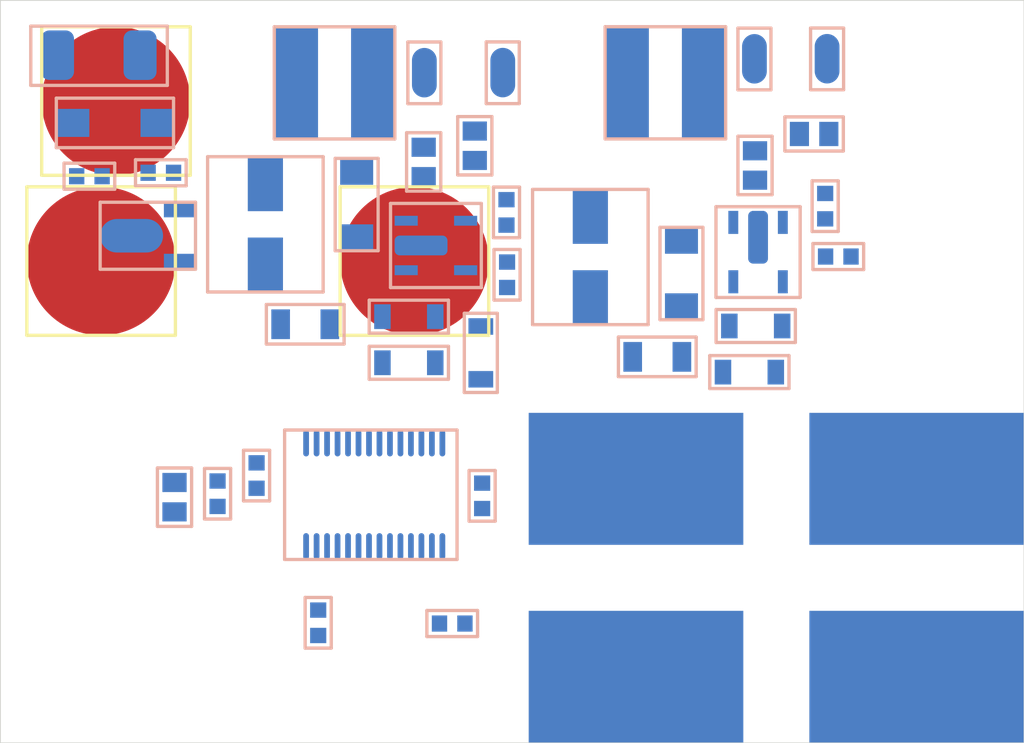
<source format=kicad_pcb>
(kicad_pcb (version 20171130) (host pcbnew "(5.1.2)-2")

  (general
    (thickness 1.6)
  )

  (page A4)
  (layers
    (0 Top signal)
    (31 Bottom signal)
    (32 B.Adhes user)
    (33 F.Adhes user)
    (34 B.Paste user)
    (35 F.Paste user)
    (36 B.SilkS user)
    (37 F.SilkS user)
    (38 B.Mask user)
    (39 F.Mask user)
    (40 Dwgs.User user)
    (41 Cmts.User user)
    (42 Eco1.User user)
    (43 Eco2.User user)
    (44 Edge.Cuts user)
    (45 Margin user)
    (46 B.CrtYd user)
    (47 F.CrtYd user)
    (48 B.Fab user)
    (49 F.Fab user)
  )

  (setup
    (pad_to_mask_clearance 0.1016)
    (aux_axis_origin -120.62617 153.22756)
    (grid_origin -120.62617 153.22756)
    (pcbplotparams
      (layerselection 0x00010fc_ffffffff)
      (plot_on_all_layers_selection 0x0000000_00000000)
      (disableapertmacros false)
      (usegerberextensions false)
      (usegerberattributes true)
      (usegerberadvancedattributes true)
      (creategerberjobfile true)
      (dashed_line_dash_ratio 12)
      (dashed_line_gap_ratio 3)
      (svgprecision 4)
      (plotframeref false)
      (viasonmask false)
      (mode 1)
      (useauxorigin false)
      (hpglpennumber 1)
      (hpglpenspeed 20)
      (hpglpendiameter 15)
      (dxfpolygonmode true)
      (dxfimperialunits true)
      (dxfusepcbnewfont true)
      (psnegative false)
      (psa4output false)
      (plotreference true)
      (plotvalue true)
      (plotinvisibletext false)
      (sketchpadsonfab false)
      (subtractmaskfromsilk false)
      (outputformat 1)
      (mirror false)
      (drillshape 1)
      (scaleselection 1)
      (outputdirectory "")
    )
  )

  (net 0 "")

  (net 1 Y+)
  (net 2 Y-)
  (net 3 NetR3_2)
  (net 4 W-)
  (net 5 W+)
  (net 6 VIN)
  (net 7 VCC_5V)
  (net 8 TK6)
  (net 9 TK5)
  (net 10 TK4)
  (net 11 TK3)
  (net 12 TK2)
  (net 13 TK1)
  (net 14 SK4)
  (net 15 SK3)
  (net 16 SK2)
  (net 17 SK1)
  (net 18 S_LED7)
  (net 19 S_LED6)
  (net 20 S_LED5)
  (net 21 S_LED4)
  (net 22 S_LED3)
  (net 23 S_LED2)
  (net 24 S_LED1)
  (net 25 PWM2)
  (net 26 PWM1)
  (net 27 NetR19_2)
  (net 28 NetR16_2)
  (net 29 NetR15_2)
  (net 30 NetR14_1)
  (net 31 NetR12_1)
  (net 32 NetD2_1)
  (net 33 NetD1_1)
  (net 34 NetC5_2)
  (net 35 K_LED4)
  (net 36 K_LED3)
  (net 37 K_LED2)
  (net 38 K_LED1)
  (net 39 GND)
  (net 40 ALS_IN)

  (net_class Default "This is the default net class."
    (add_net ALS_IN)
    (add_net K_LED1)
    (add_net K_LED2)
    (add_net K_LED3)
    (add_net K_LED4)
    (add_net NetC5_2)
    (add_net NetD1_1)
    (add_net NetD2_1)
    (add_net NetR12_1)
    (add_net NetR14_1)
    (add_net NetR15_2)
    (add_net NetR16_2)
    (add_net NetR19_2)
    (add_net NetR3_2)
    (add_net PWM1)
    (add_net PWM2)
    (add_net SK1)
    (add_net SK2)
    (add_net SK3)
    (add_net SK4)
    (add_net S_LED1)
    (add_net S_LED2)
    (add_net S_LED3)
    (add_net S_LED4)
    (add_net S_LED5)
    (add_net S_LED6)
    (add_net S_LED7)
    (add_net TK1)
    (add_net TK2)
    (add_net TK3)
    (add_net TK4)
    (add_net TK5)
    (add_net TK6)
    (add_net VIN)
    (add_net W+)
    (add_net W-)
    (add_net Y+)
    (add_net Y-)
    (trace_width 0.254)
  )
  (net_class Power "This is the default net class."
    (add_net GND)
    (add_net VCC_5V)
    (trace_width 0.8)
  )


  (module OBSTACLE_46 locked (layer Bottom) (tedit 5DCE038C) (tstamp 5DC8CB2B)
    (at 137.0011 104.0036 0)
    (fp_poly (pts (xy -6.5 -4.0) (xy 6.5 -4.0) (xy 6.5 4.0) (xy -6.5 4.0)) (layer B.CrtYd) (width 0.0))
    (pad OBS smd rect (at 0 0 0) (size 13.0 8.0) (layers Bottom B.Paste B.Mask)
        (solder_mask_margin 0.0))
  )

  (module OBSTACLE_47 locked (layer Bottom) (tedit 5DCE038C) (tstamp 5DC8CB2B)
    (at 154.0011 104.0036 0)
    (fp_poly (pts (xy -6.5 -4.0) (xy 6.5 -4.0) (xy 6.5 4.0) (xy -6.5 4.0)) (layer B.CrtYd) (width 0.0))
    (pad OBS smd rect (at 0 0 0) (size 13.0 8.0) (layers Bottom B.Paste B.Mask)
        (solder_mask_margin 0.0))
  )

  (module OBSTACLE_48 locked (layer Bottom) (tedit 5DCE038C) (tstamp 5DC8CB2B)
    (at 137.0011 116.0036 0)
    (fp_poly (pts (xy -6.5 -4.0) (xy 6.5 -4.0) (xy 6.5 4.0) (xy -6.5 4.0)) (layer B.CrtYd) (width 0.0))
    (pad OBS smd rect (at 0 0 0) (size 13.0 8.0) (layers Bottom B.Paste B.Mask)
        (solder_mask_margin 0.0))
  )

  (module OBSTACLE_49 locked (layer Bottom) (tedit 5DCE038C) (tstamp 5DC8CB2B)
    (at 154.0011 116.0036 0)
    (fp_poly (pts (xy -6.5 -4.0) (xy 6.5 -4.0) (xy 6.5 4.0) (xy -6.5 4.0)) (layer B.CrtYd) (width 0.0))
    (pad OBS smd rect (at 0 0 0) (size 13.0 8.0) (layers Bottom B.Paste B.Mask)
        (solder_mask_margin 0.0))
  )
(module "MIJI_ADPcbLib.PcbLib:TK-8MM_1" (layer Top) (tedit 0) (tstamp 0)
    (at 105.501099 81.10359799999993)
    (fp_text reference 0 (at 0 0) (layer F.SilkS) hide
      (effects (font (size 0.8 0.8) (thickness 0.127)) (justify left bottom))
    )
    (fp_line (start -4.5 -4.5) (end 4.5 -4.5) (layer F.SilkS) (width 0.2))
    (fp_line (start 4.5 -4.5) (end 4.5 4.5) (layer F.SilkS) (width 0.2))
    (fp_line (start 4.5 4.5) (end -4.5 4.5) (layer F.SilkS) (width 0.2))
    (fp_line (start -4.5 4.5) (end -4.5 -4.5) (layer F.SilkS) (width 0.2))
    (pad 1 smd circle (at 0 0 0) (size 9 9) (layers Top F.Paste)
(net 28 NetR16_2))
  )

  (module "MIJI_ADPcbLib.PcbLib:TK-8MM_2" (layer Top) (tedit 0) (tstamp 0)
    (at 123.58109899999944 90.80359799999994)
    (fp_text reference 1 (at 0 0) (layer F.SilkS) hide
      (effects (font (size 0.8 0.8) (thickness 0.127)) (justify left bottom))
    )
    (fp_line (start -4.5 -4.5) (end 4.5 -4.5) (layer F.SilkS) (width 0.2))
    (fp_line (start 4.5 -4.5) (end 4.5 4.5) (layer F.SilkS) (width 0.2))
    (fp_line (start 4.5 4.5) (end -4.5 4.5) (layer F.SilkS) (width 0.2))
    (fp_line (start -4.5 4.5) (end -4.5 -4.5) (layer F.SilkS) (width 0.2))
    (pad 1 smd circle (at 0 0 0) (size 9 9) (layers Top F.Paste)
(net 27 NetR19_2))
  )

  (module "MIJI_ADPcbLib.PcbLib:TK-8MM_3" (layer Top) (tedit 0) (tstamp 0)
    (at 104.60109899999944 90.803598)
    (fp_text reference 2 (at 0 0) (layer F.SilkS) hide
      (effects (font (size 0.8 0.8) (thickness 0.127)) (justify left bottom))
    )
    (fp_line (start -4.5 -4.5) (end 4.5 -4.5) (layer F.SilkS) (width 0.2))
    (fp_line (start 4.5 -4.5) (end 4.5 4.5) (layer F.SilkS) (width 0.2))
    (fp_line (start 4.5 4.5) (end -4.5 4.5) (layer F.SilkS) (width 0.2))
    (fp_line (start -4.5 4.5) (end -4.5 -4.5) (layer F.SilkS) (width 0.2))
    (pad 1 smd circle (at 0 0 0) (size 9 9) (layers Top F.Paste)
(net 29 NetR15_2))
  )

  (module "MIJI_ADPcbLib.PcbLib:R1206-JP_4" (layer Bottom) (tedit 0) (tstamp 0)
    (at 127.600901 96.36789899999977 270)
    (fp_text reference 3 (at 0 0) (layer B.SilkS) hide
      (effects (font (size 0.8 0.8) (thickness 0.127)) (justify left bottom))
    )
    (fp_line (start -2.4 -1) (end 2.4 -1) (layer B.SilkS) (width 0.2))
    (fp_line (start 2.4 -1) (end 2.4 1) (layer B.SilkS) (width 0.2))
    (fp_line (start 2.4 1) (end -2.4 1) (layer B.SilkS) (width 0.2))
    (fp_line (start -2.4 1) (end -2.4 -1) (layer B.SilkS) (width 0.2))
    (pad 1 smd rect (at -1.6 0 180) (size 1.5 1) (layers Bottom B.Paste B.Mask)
(net 3 NetR3_2))
    (pad 2 smd rect (at 1.6 0 180) (size 1.5 1) (layers Bottom B.Paste B.Mask)
(net 1 Y+))
  )

  (module "MIJI_ADPcbLib.PcbLib:SMD-EC6.3X6.3X10_5" (layer Bottom) (tedit 0) (tstamp 0)
    (at 114.551001 88.57789899999983 270)
    (fp_text reference 4 (at 0 0) (layer B.SilkS) hide
      (effects (font (size 0.8 0.8) (thickness 0.127)) (justify left bottom))
    )
    (fp_line (start -4.1 -3.5) (end 4.1 -3.5) (layer B.SilkS) (width 0.2))
    (fp_line (start 4.1 -3.5) (end 4.1 3.5) (layer B.SilkS) (width 0.2))
    (fp_line (start 4.1 3.5) (end -4.1 3.5) (layer B.SilkS) (width 0.2))
    (fp_line (start -4.1 3.5) (end -4.1 -3.5) (layer B.SilkS) (width 0.2))
    (pad 1 smd rect (at -2.45 0 90) (size 3.3 2.132) (layers Bottom B.Paste B.Mask)
(net 6 VIN))
    (pad 2 smd rect (at 2.45 0 90) (size 3.3 2.132) (layers Bottom B.Paste B.Mask)
(net 39 GND))
  )

  (module "MIJI_ADPcbLib.PcbLib:SOT89-3_6" (layer Bottom) (tedit 0) (tstamp 0)
    (at 107.43050099999999 89.26869899999997 270)
    (fp_text reference 5 (at 0 0) (layer B.SilkS) hide
      (effects (font (size 0.8 0.8) (thickness 0.127)) (justify left bottom))
    )
    (fp_line (start -2.032 -2.8875) (end 2.032 -2.8875) (layer B.SilkS) (width 0.2))
    (fp_line (start 2.032 -2.8875) (end 2.032 2.8875) (layer B.SilkS) (width 0.2))
    (fp_line (start 2.032 2.8875) (end -2.032 2.8875) (layer B.SilkS) (width 0.2))
    (fp_line (start -2.032 2.8875) (end -2.032 -2.8875) (layer B.SilkS) (width 0.2))
    (pad 1 smd rect (at -1.5494 -1.9223 270) (size 0.8636 1.9) (layers Bottom B.Paste B.Mask)
(net 7 VCC_5V))
    (pad 2 smd oval (at 0 0.9825 270) (size 2.032 3.81) (layers Bottom B.Paste B.Mask)
(net 39 GND))
    (pad 3 smd rect (at 1.524 -1.9223 270) (size 0.8636 1.9) (layers Bottom B.Paste B.Mask)
(net 6 VIN))
  )

  (module "Miscellaneous Devices LC.PcbLib:0805_C_7" (layer Bottom) (tedit 0) (tstamp 0)
    (at 109.04720099999992 105.11449900000001 270)
    (fp_text reference 6 (at 0 0) (layer B.SilkS) hide
      (effects (font (size 0.8 0.8) (thickness 0.127)) (justify left bottom))
    )
    (fp_line (start -1.77 -1.035) (end 1.77 -1.035) (layer B.SilkS) (width 0.2))
    (fp_line (start 1.77 -1.035) (end 1.77 1.035) (layer B.SilkS) (width 0.2))
    (fp_line (start 1.77 1.035) (end -1.77 1.035) (layer B.SilkS) (width 0.2))
    (fp_line (start -1.77 1.035) (end -1.77 -1.035) (layer B.SilkS) (width 0.2))
    (pad 1 smd rect (at -0.89 -0 270) (size 1.16 1.47) (layers Bottom B.Paste B.Mask)
(net 7 VCC_5V))
    (pad 2 smd rect (at 0.89 -0 270) (size 1.16 1.47) (layers Bottom B.Paste B.Mask)
(net 39 GND))
  )

  (module "Miscellaneous Devices LC.PcbLib:1206_C_8" (layer Bottom) (tedit 0) (tstamp 0)
    (at 138.290501 96.60859899999969 180)
    (fp_text reference 7 (at 0 0) (layer B.SilkS) hide
      (effects (font (size 0.8 0.8) (thickness 0.127)) (justify left bottom))
    )
    (fp_line (start -2.355 -1.2) (end 2.355 -1.2) (layer B.SilkS) (width 0.2))
    (fp_line (start 2.355 -1.2) (end 2.355 1.2) (layer B.SilkS) (width 0.2))
    (fp_line (start 2.355 1.2) (end -2.355 1.2) (layer B.SilkS) (width 0.2))
    (fp_line (start -2.355 1.2) (end -2.355 -1.2) (layer B.SilkS) (width 0.2))
    (pad 1 smd rect (at -1.49 0 180) (size 1.13 1.8) (layers Bottom B.Paste B.Mask)
(net 6 VIN))
    (pad 2 smd rect (at 1.49 0 180) (size 1.13 1.8) (layers Bottom B.Paste B.Mask)
(net 39 GND))
  )

  (module "MIJI_ADPcbLib.PcbLib:PWR_PAD_9" (layer Bottom) (tedit 0) (tstamp 0)
    (at 104.475601 78.35909449999997)
    (fp_text reference 8 (at 0 0) (layer B.SilkS) hide
      (effects (font (size 0.8 0.8) (thickness 0.127)) (justify left bottom))
    )
    (fp_line (start -4.135 -1.795) (end 4.135 -1.795) (layer B.SilkS) (width 0.2))
    (fp_line (start 4.135 -1.795) (end 4.135 1.795) (layer B.SilkS) (width 0.2))
    (fp_line (start 4.135 1.795) (end -4.135 1.795) (layer B.SilkS) (width 0.2))
    (fp_line (start -4.135 1.795) (end -4.135 -1.795) (layer B.SilkS) (width 0.2))
    (pad 1 smd roundrect (at -2.515 -0.035 0) (size 2 3) (layers Bottom B.Paste B.Mask)
(net 6 VIN))
    (pad 2 smd roundrect (at 2.485 -0.035 0) (size 2 3) (layers Bottom B.Paste B.Mask)
(net 39 GND))
  )

  (module "Miscellaneous Devices LC.PcbLib:0603_R_10" (layer Bottom) (tedit 0) (tstamp 0)
    (at 125.86800099999988 112.773599)
    (fp_text reference 9 (at 0 0) (layer B.SilkS) hide
      (effects (font (size 0.8 0.8) (thickness 0.127)) (justify left bottom))
    )
    (fp_line (start -1.535 -0.79) (end 1.535 -0.79) (layer B.SilkS) (width 0.2))
    (fp_line (start 1.535 -0.79) (end 1.535 0.79) (layer B.SilkS) (width 0.2))
    (fp_line (start 1.535 0.79) (end -1.535 0.79) (layer B.SilkS) (width 0.2))
    (fp_line (start -1.535 0.79) (end -1.535 -0.79) (layer B.SilkS) (width 0.2))
    (pad 1 smd rect (at -0.77 0 0) (size 0.93 0.98) (layers Bottom B.Paste B.Mask)
(net 11 TK3))
    (pad 2 smd rect (at 0.77 0 0) (size 0.93 0.98) (layers Bottom B.Paste B.Mask)
(net 29 NetR15_2))
  )

  (module "MIJI_ADPcbLib.PcbLib:CDRH6D38-3D_11" (layer Bottom) (tedit 0) (tstamp 0)
    (at 118.741001 80.00359899999994)
    (fp_text reference 10 (at 0 0) (layer B.SilkS) hide
      (effects (font (size 0.8 0.8) (thickness 0.127)) (justify left bottom))
    )
    (fp_line (start -3.65 -3.4) (end 3.65 -3.4) (layer B.SilkS) (width 0.2))
    (fp_line (start 3.65 -3.4) (end 3.65 3.4) (layer B.SilkS) (width 0.2))
    (fp_line (start 3.65 3.4) (end -3.65 3.4) (layer B.SilkS) (width 0.2))
    (fp_line (start -3.65 3.4) (end -3.65 -3.4) (layer B.SilkS) (width 0.2))
    (pad 1 smd rect (at -2.325 0 0) (size 2.65 6.8) (layers Bottom B.Paste B.Mask)
(net 2 Y-))
    (pad 2 smd rect (at 2.325 0 0) (size 2.65 6.8) (layers Bottom B.Paste B.Mask)
(net 32 NetD2_1))
  )

  (module "MIJI_ADPcbLib.PcbLib:LED_DRIVER_1PIN_12" (layer Bottom) (tedit 0) (tstamp 0)
    (at 124.18050099999999 79.393699)
    (fp_text reference 11 (at 0 0) (layer B.SilkS) hide
      (effects (font (size 0.8 0.8) (thickness 0.127)) (justify left bottom))
    )
    (fp_line (start -1 -1.87) (end 1 -1.87) (layer B.SilkS) (width 0.2))
    (fp_line (start 1 -1.87) (end 1 1.87) (layer B.SilkS) (width 0.2))
    (fp_line (start 1 1.87) (end -1 1.87) (layer B.SilkS) (width 0.2))
    (fp_line (start -1 1.87) (end -1 -1.87) (layer B.SilkS) (width 0.2))
    (pad 1 smd oval (at -0 -0.01 0) (size 1.5 3) (layers Bottom B.Paste B.Mask)
(net 2 Y-))
  )

  (module "MIJI_ADPcbLib.PcbLib:DO-214AC_13" (layer Bottom) (tedit 0) (tstamp 0)
    (at 105.437801 82.42789899999994)
    (fp_text reference 12 (at 0 0) (layer B.SilkS) hide
      (effects (font (size 0.8 0.8) (thickness 0.127)) (justify left bottom))
    )
    (fp_line (start -3.55 -1.5) (end 3.55 -1.5) (layer B.SilkS) (width 0.2))
    (fp_line (start 3.55 -1.5) (end 3.55 1.5) (layer B.SilkS) (width 0.2))
    (fp_line (start 3.55 1.5) (end -3.55 1.5) (layer B.SilkS) (width 0.2))
    (fp_line (start -3.55 1.5) (end -3.55 -1.5) (layer B.SilkS) (width 0.2))
    (pad 1 smd rect (at 2.55 0 180) (size 1.999996 1.699997) (layers Bottom B.Paste B.Mask)
(net 39 GND))
    (pad 2 smd rect (at -2.55 0 180) (size 1.999996 1.699997) (layers Bottom B.Paste B.Mask)
(net 6 VIN))
  )

  (module "Miscellaneous Devices LC.PcbLib:0603_C_14" (layer Bottom) (tedit 0) (tstamp 0)
    (at 111.65470099999995 104.90449900000002 270)
    (fp_text reference 13 (at 0 0) (layer B.SilkS) hide
      (effects (font (size 0.8 0.8) (thickness 0.127)) (justify left bottom))
    )
    (fp_line (start -1.535 -0.79) (end 1.535 -0.79) (layer B.SilkS) (width 0.2))
    (fp_line (start 1.535 -0.79) (end 1.535 0.79) (layer B.SilkS) (width 0.2))
    (fp_line (start 1.535 0.79) (end -1.535 0.79) (layer B.SilkS) (width 0.2))
    (fp_line (start -1.535 0.79) (end -1.535 -0.79) (layer B.SilkS) (width 0.2))
    (pad 1 smd rect (at -0.77 0 270) (size 0.93 0.98) (layers Bottom B.Paste B.Mask)
(net 7 VCC_5V))
    (pad 2 smd rect (at 0.77 0 270) (size 0.93 0.98) (layers Bottom B.Paste B.Mask)
(net 39 GND))
  )

  (module "MIJI_ADPcbLib.PcbLib:SOT-89-MT5_N_15" (layer Bottom) (tedit 0) (tstamp 0)
    (at 124.88100099999998 89.85789899999973)
    (fp_text reference 14 (at 0 0) (layer B.SilkS) hide
      (effects (font (size 0.8 0.8) (thickness 0.127)) (justify left bottom))
    )
    (fp_line (start -2.75 -2.55) (end 2.75 -2.55) (layer B.SilkS) (width 0.2))
    (fp_line (start 2.75 -2.55) (end 2.75 2.55) (layer B.SilkS) (width 0.2))
    (fp_line (start 2.75 2.55) (end -2.75 2.55) (layer B.SilkS) (width 0.2))
    (fp_line (start -2.75 2.55) (end -2.75 -2.55) (layer B.SilkS) (width 0.2))
    (pad 1 smd rect (at 1.8 -1.5 90) (size 0.6 1.4) (layers Bottom B.Paste B.Mask)
(net 32 NetD2_1))
    (pad 2 smd roundrect (at -0.9 0 90) (size 1.2 3.2) (layers Bottom B.Paste B.Mask)
(net 39 GND))
    (pad 3 smd rect (at 1.8 1.5 90) (size 0.6 1.4) (layers Bottom B.Paste B.Mask)
(net 30 NetR14_1))
    (pad 4 smd rect (at -1.8 1.5 90) (size 0.6 1.4) (layers Bottom B.Paste B.Mask)
(net 3 NetR3_2))
    (pad 5 smd rect (at -1.8 -1.5 90) (size 0.6 1.4) (layers Bottom B.Paste B.Mask)
(net 6 VIN))
  )

  (module "Miscellaneous Devices LC.PcbLib:0603_c_16" (layer Bottom) (tedit 0) (tstamp 0)
    (at 114.01730099999993 103.80439900000002 90)
    (fp_text reference 15 (at 0 0) (layer B.SilkS) hide
      (effects (font (size 0.8 0.8) (thickness 0.127)) (justify left bottom))
    )
    (fp_line (start -1.535 -0.79) (end 1.535 -0.79) (layer B.SilkS) (width 0.2))
    (fp_line (start 1.535 -0.79) (end 1.535 0.79) (layer B.SilkS) (width 0.2))
    (fp_line (start 1.535 0.79) (end -1.535 0.79) (layer B.SilkS) (width 0.2))
    (fp_line (start -1.535 0.79) (end -1.535 -0.79) (layer B.SilkS) (width 0.2))
    (pad 1 smd rect (at -0.77 0 90) (size 0.93 0.98) (layers Bottom B.Paste B.Mask)
(net 39 GND))
    (pad 2 smd rect (at 0.77 0 90) (size 0.93 0.98) (layers Bottom B.Paste B.Mask)
(net 34 NetC5_2))
  )

  (module "MIJI_ADPcbLib.PcbLib:ssop28_17" (layer Bottom) (tedit 0) (tstamp 0)
    (at 120.93870099999994 104.96869899999983 270)
    (fp_text reference 16 (at 0 0) (layer B.SilkS) hide
      (effects (font (size 0.8 0.8) (thickness 0.127)) (justify left bottom))
    )
    (fp_line (start -3.9242 -5.2225) (end 3.9242 -5.2225) (layer B.SilkS) (width 0.2))
    (fp_line (start 3.9242 -5.2225) (end 3.9242 5.2225) (layer B.SilkS) (width 0.2))
    (fp_line (start 3.9242 5.2225) (end -3.9242 5.2225) (layer B.SilkS) (width 0.2))
    (fp_line (start -3.9242 5.2225) (end -3.9242 -5.2225) (layer B.SilkS) (width 0.2))
    (pad 24 smd oval (at 3.1242 1.3815 270) (size 1.6 0.35) (layers Bottom B.Paste B.Mask))
    (pad 1 smd oval (at -3.1242 3.9215 90) (size 1.6 0.35) (layers Bottom B.Paste B.Mask)
(net 7 VCC_5V))
    (pad 2 smd oval (at -3.1242 3.2865 90) (size 1.6 0.35) (layers Bottom B.Paste B.Mask)
(net 18 S_LED7))
    (pad 3 smd oval (at -3.1242 2.6515 90) (size 1.6 0.35) (layers Bottom B.Paste B.Mask)
(net 34 NetC5_2))
    (pad 4 smd oval (at -3.1242 2.0165 90) (size 1.6 0.35) (layers Bottom B.Paste B.Mask)
(net 14 SK4))
    (pad 5 smd oval (at -3.1242 1.3815 90) (size 1.6 0.35) (layers Bottom B.Paste B.Mask)
(net 19 S_LED6))
    (pad 6 smd oval (at -3.1242 0.7465 90) (size 1.6 0.35) (layers Bottom B.Paste B.Mask)
(net 15 SK3))
    (pad 7 smd oval (at -3.1242 0.1115 90) (size 1.6 0.35) (layers Bottom B.Paste B.Mask)
(net 20 S_LED5))
    (pad 8 smd oval (at -3.1242 -0.5235 90) (size 1.6 0.35) (layers Bottom B.Paste B.Mask)
(net 40 ALS_IN))
    (pad 9 smd oval (at -3.1242 -1.1585 90) (size 1.6 0.35) (layers Bottom B.Paste B.Mask)
(net 21 S_LED4))
    (pad 10 smd oval (at -3.1242 -1.7935 90) (size 1.6 0.35) (layers Bottom B.Paste B.Mask)
(net 22 S_LED3))
    (pad 11 smd oval (at -3.1242 -2.4285 90) (size 1.6 0.35) (layers Bottom B.Paste B.Mask)
(net 16 SK2))
    (pad 12 smd oval (at -3.1242 -3.0635 90) (size 1.6 0.35) (layers Bottom B.Paste B.Mask)
(net 23 S_LED2))
    (pad 13 smd oval (at -3.1242 -3.6985 90) (size 1.6 0.35) (layers Bottom B.Paste B.Mask)
(net 17 SK1))
    (pad 14 smd oval (at -3.1242 -4.3335 90) (size 1.6 0.35) (layers Bottom B.Paste B.Mask)
(net 24 S_LED1))
    (pad 15 smd oval (at 3.1242 -4.3335 270) (size 1.6 0.35) (layers Bottom B.Paste B.Mask)
(net 11 TK3))
    (pad 16 smd oval (at 3.1242 -3.6985 270) (size 1.6 0.35) (layers Bottom B.Paste B.Mask)
(net 25 PWM2))
    (pad 17 smd oval (at 3.1242 -3.0635 270) (size 1.6 0.35) (layers Bottom B.Paste B.Mask)
(net 26 PWM1))
    (pad 18 smd oval (at 3.1242 -2.4285 270) (size 1.6 0.35) (layers Bottom B.Paste B.Mask)
(net 12 TK2))
    (pad 19 smd oval (at 3.1242 -1.7935 270) (size 1.6 0.35) (layers Bottom B.Paste B.Mask)
(net 38 K_LED1))
    (pad 20 smd oval (at 3.1242 -1.1585 270) (size 1.6 0.35) (layers Bottom B.Paste B.Mask)
(net 13 TK1))
    (pad 21 smd oval (at 3.1242 -0.5235 270) (size 1.6 0.35) (layers Bottom B.Paste B.Mask)
(net 8 TK6))
    (pad 22 smd oval (at 3.1242 0.1115 270) (size 1.6 0.35) (layers Bottom B.Paste B.Mask)
(net 9 TK5))
    (pad 23 smd oval (at 3.1242 0.7465 270) (size 1.6 0.35) (layers Bottom B.Paste B.Mask)
(net 10 TK4))
    (pad 25 smd oval (at 3.1242 2.0165 270) (size 1.6 0.35) (layers Bottom B.Paste B.Mask)
(net 37 K_LED2))
    (pad 26 smd oval (at 3.1242 2.6515 270) (size 1.6 0.35) (layers Bottom B.Paste B.Mask)
(net 36 K_LED3))
    (pad 27 smd oval (at 3.1242 3.2865 270) (size 1.6 0.35) (layers Bottom B.Paste B.Mask)
(net 35 K_LED4))
    (pad 28 smd oval (at 3.1242 3.9215 270) (size 1.6 0.35) (layers Bottom B.Paste B.Mask)
(net 39 GND))
  )

  (module "MIJI_ADPcbLib.PcbLib:SMD-EC6.3X6.3X10_18" (layer Bottom) (tedit 0) (tstamp 0)
    (at 134.23511699999992 90.55789899999988 270)
    (fp_text reference 17 (at 0 0) (layer B.SilkS) hide
      (effects (font (size 0.8 0.8) (thickness 0.127)) (justify left bottom))
    )
    (fp_line (start -4.1 -3.5) (end 4.1 -3.5) (layer B.SilkS) (width 0.2))
    (fp_line (start 4.1 -3.5) (end 4.1 3.5) (layer B.SilkS) (width 0.2))
    (fp_line (start 4.1 3.5) (end -4.1 3.5) (layer B.SilkS) (width 0.2))
    (fp_line (start -4.1 3.5) (end -4.1 -3.5) (layer B.SilkS) (width 0.2))
    (pad 1 smd rect (at -2.45 0 90) (size 3.3 2.132) (layers Bottom B.Paste B.Mask)
(net 6 VIN))
    (pad 2 smd rect (at 2.45 0 90) (size 3.3 2.132) (layers Bottom B.Paste B.Mask)
(net 39 GND))
  )

  (module "MIJI_ADPcbLib.PcbLib:LED_DRIVER_1PIN_19" (layer Bottom) (tedit 0) (tstamp 0)
    (at 144.17471699999993 78.55359899999999)
    (fp_text reference 18 (at 0 0) (layer B.SilkS) hide
      (effects (font (size 0.8 0.8) (thickness 0.127)) (justify left bottom))
    )
    (fp_line (start -1 -1.87) (end 1 -1.87) (layer B.SilkS) (width 0.2))
    (fp_line (start 1 -1.87) (end 1 1.87) (layer B.SilkS) (width 0.2))
    (fp_line (start 1 1.87) (end -1 1.87) (layer B.SilkS) (width 0.2))
    (fp_line (start -1 1.87) (end -1 -1.87) (layer B.SilkS) (width 0.2))
    (pad 1 smd oval (at 0 -0.01 0) (size 1.5 3) (layers Bottom B.Paste B.Mask)
(net 4 W-))
  )

  (module "Miscellaneous Devices LC.PcbLib:0603_C_20" (layer Bottom) (tedit 0) (tstamp 0)
    (at 108.219101 85.45039899999993 180)
    (fp_text reference 19 (at 0 0) (layer B.SilkS) hide
      (effects (font (size 0.8 0.8) (thickness 0.127)) (justify left bottom))
    )
    (fp_line (start -1.535 -0.79) (end 1.535 -0.79) (layer B.SilkS) (width 0.2))
    (fp_line (start 1.535 -0.79) (end 1.535 0.79) (layer B.SilkS) (width 0.2))
    (fp_line (start 1.535 0.79) (end -1.535 0.79) (layer B.SilkS) (width 0.2))
    (fp_line (start -1.535 0.79) (end -1.535 -0.79) (layer B.SilkS) (width 0.2))
    (pad 1 smd rect (at -0.77 0 180) (size 0.93 0.98) (layers Bottom B.Paste B.Mask)
(net 39 GND))
    (pad 2 smd rect (at 0.77 0 180) (size 0.93 0.98) (layers Bottom B.Paste B.Mask)
(net 6 VIN))
  )

  (module "MIJI_ADPcbLib.PcbLib:SMA-SS_21" (layer Bottom) (tedit 0) (tstamp 0)
    (at 120.080501 87.3777989999999 270)
    (fp_text reference 20 (at 0 0) (layer B.SilkS) hide
      (effects (font (size 0.8 0.8) (thickness 0.127)) (justify left bottom))
    )
    (fp_line (start -2.8 -1.3) (end 2.8 -1.3) (layer B.SilkS) (width 0.2))
    (fp_line (start 2.8 -1.3) (end 2.8 1.3) (layer B.SilkS) (width 0.2))
    (fp_line (start 2.8 1.3) (end -2.8 1.3) (layer B.SilkS) (width 0.2))
    (fp_line (start -2.8 1.3) (end -2.8 -1.3) (layer B.SilkS) (width 0.2))
    (pad 1 smd rect (at -2 0 180) (size 2 1.6) (layers Bottom B.Paste B.Mask)
(net 32 NetD2_1))
    (pad 2 smd rect (at 2 0 180) (size 2 1.6) (layers Bottom B.Paste B.Mask)
(net 6 VIN))
  )

  (module "MIJI_ADPcbLib.PcbLib:R1206-JP_22" (layer Bottom) (tedit 0) (tstamp 0)
    (at 144.25381699999988 94.7381989999997)
    (fp_text reference 21 (at 0 0) (layer B.SilkS) hide
      (effects (font (size 0.8 0.8) (thickness 0.127)) (justify left bottom))
    )
    (fp_line (start -2.4 -1) (end 2.4 -1) (layer B.SilkS) (width 0.2))
    (fp_line (start 2.4 -1) (end 2.4 1) (layer B.SilkS) (width 0.2))
    (fp_line (start 2.4 1) (end -2.4 1) (layer B.SilkS) (width 0.2))
    (fp_line (start -2.4 1) (end -2.4 -1) (layer B.SilkS) (width 0.2))
    (pad 1 smd rect (at -1.6 -0 270) (size 1.5 1) (layers Bottom B.Paste B.Mask)
(net 6 VIN))
    (pad 2 smd rect (at 1.6 -0 270) (size 1.5 1) (layers Bottom B.Paste B.Mask)
(net 5 W+))
  )

  (module "Miscellaneous Devices LC.PcbLib:0603_R_23" (layer Bottom) (tedit 0) (tstamp 0)
    (at 127.68050099999994 105.033699 90)
    (fp_text reference 22 (at 0 0) (layer B.SilkS) hide
      (effects (font (size 0.8 0.8) (thickness 0.127)) (justify left bottom))
    )
    (fp_line (start -1.535 -0.79) (end 1.535 -0.79) (layer B.SilkS) (width 0.2))
    (fp_line (start 1.535 -0.79) (end 1.535 0.79) (layer B.SilkS) (width 0.2))
    (fp_line (start 1.535 0.79) (end -1.535 0.79) (layer B.SilkS) (width 0.2))
    (fp_line (start -1.535 0.79) (end -1.535 -0.79) (layer B.SilkS) (width 0.2))
    (pad 1 smd rect (at -0.77 0 90) (size 0.93 0.98) (layers Bottom B.Paste B.Mask)
(net 9 TK5))
    (pad 2 smd rect (at 0.77 0 90) (size 0.93 0.98) (layers Bottom B.Paste B.Mask)
(net 27 NetR19_2))
  )

  (module "Miscellaneous Devices LC.PcbLib:0805_C_24" (layer Bottom) (tedit 0) (tstamp 0)
    (at 144.20971699999987 85.00869899999994 270)
    (fp_text reference 23 (at 0 0) (layer B.SilkS) hide
      (effects (font (size 0.8 0.8) (thickness 0.127)) (justify left bottom))
    )
    (fp_line (start -1.77 -1.035) (end 1.77 -1.035) (layer B.SilkS) (width 0.2))
    (fp_line (start 1.77 -1.035) (end 1.77 1.035) (layer B.SilkS) (width 0.2))
    (fp_line (start 1.77 1.035) (end -1.77 1.035) (layer B.SilkS) (width 0.2))
    (fp_line (start -1.77 1.035) (end -1.77 -1.035) (layer B.SilkS) (width 0.2))
    (pad 1 smd rect (at -0.89 -0 270) (size 1.16 1.47) (layers Bottom B.Paste B.Mask)
(net 39 GND))
    (pad 2 smd rect (at 0.89 -0 270) (size 1.16 1.47) (layers Bottom B.Paste B.Mask)
(net 4 W-))
  )

  (module "Miscellaneous Devices LC.PcbLib:0603_R_25" (layer Bottom) (tedit 0) (tstamp 0)
    (at 129.15501700000002 87.85289899999984 270)
    (fp_text reference 24 (at 0 0) (layer B.SilkS) hide
      (effects (font (size 0.8 0.8) (thickness 0.127)) (justify left bottom))
    )
    (fp_line (start -1.535 -0.79) (end 1.535 -0.79) (layer B.SilkS) (width 0.2))
    (fp_line (start 1.535 -0.79) (end 1.535 0.79) (layer B.SilkS) (width 0.2))
    (fp_line (start 1.535 0.79) (end -1.535 0.79) (layer B.SilkS) (width 0.2))
    (fp_line (start -1.535 0.79) (end -1.535 -0.79) (layer B.SilkS) (width 0.2))
    (pad 1 smd rect (at -0.77 0 270) (size 0.93 0.98) (layers Bottom B.Paste B.Mask)
(net 30 NetR14_1))
    (pad 2 smd rect (at 0.77 0 270) (size 0.93 0.98) (layers Bottom B.Paste B.Mask)
(net 25 PWM2))
  )

  (module "MIJI_ADPcbLib.PcbLib:R1206-JP_26" (layer Bottom) (tedit 0) (tstamp 0)
    (at 123.240901 94.17289899999992)
    (fp_text reference 25 (at 0 0) (layer B.SilkS) hide
      (effects (font (size 0.8 0.8) (thickness 0.127)) (justify left bottom))
    )
    (fp_line (start -2.4 -1) (end 2.4 -1) (layer B.SilkS) (width 0.2))
    (fp_line (start 2.4 -1) (end 2.4 1) (layer B.SilkS) (width 0.2))
    (fp_line (start 2.4 1) (end -2.4 1) (layer B.SilkS) (width 0.2))
    (fp_line (start -2.4 1) (end -2.4 -1) (layer B.SilkS) (width 0.2))
    (pad 1 smd rect (at -1.6 -0 270) (size 1.5 1) (layers Bottom B.Paste B.Mask)
(net 6 VIN))
    (pad 2 smd rect (at 1.6 -0 270) (size 1.5 1) (layers Bottom B.Paste B.Mask)
(net 3 NetR3_2))
  )

  (module "Miscellaneous Devices LC.PcbLib:0603_R_27" (layer Bottom) (tedit 0) (tstamp 0)
    (at 149.2546169999999 90.52869899999966)
    (fp_text reference 26 (at 0 0) (layer B.SilkS) hide
      (effects (font (size 0.8 0.8) (thickness 0.127)) (justify left bottom))
    )
    (fp_line (start -1.535 -0.79) (end 1.535 -0.79) (layer B.SilkS) (width 0.2))
    (fp_line (start 1.535 -0.79) (end 1.535 0.79) (layer B.SilkS) (width 0.2))
    (fp_line (start 1.535 0.79) (end -1.535 0.79) (layer B.SilkS) (width 0.2))
    (fp_line (start -1.535 0.79) (end -1.535 -0.79) (layer B.SilkS) (width 0.2))
    (pad 1 smd rect (at -0.77 0 0) (size 0.93 0.98) (layers Bottom B.Paste B.Mask)
(net 39 GND))
    (pad 2 smd rect (at 0.77 0 0) (size 0.93 0.98) (layers Bottom B.Paste B.Mask)
(net 26 PWM1))
  )

  (module "Miscellaneous Devices LC.PcbLib:1206_C_28" (layer Bottom) (tedit 0) (tstamp 0)
    (at 116.96550100000002 94.63279899999996 180)
    (fp_text reference 27 (at 0 0) (layer B.SilkS) hide
      (effects (font (size 0.8 0.8) (thickness 0.127)) (justify left bottom))
    )
    (fp_line (start -2.355 -1.2) (end 2.355 -1.2) (layer B.SilkS) (width 0.2))
    (fp_line (start 2.355 -1.2) (end 2.355 1.2) (layer B.SilkS) (width 0.2))
    (fp_line (start 2.355 1.2) (end -2.355 1.2) (layer B.SilkS) (width 0.2))
    (fp_line (start -2.355 1.2) (end -2.355 -1.2) (layer B.SilkS) (width 0.2))
    (pad 1 smd rect (at -1.49 0 180) (size 1.13 1.8) (layers Bottom B.Paste B.Mask)
(net 6 VIN))
    (pad 2 smd rect (at 1.49 0 180) (size 1.13 1.8) (layers Bottom B.Paste B.Mask)
(net 39 GND))
  )

  (module "Miscellaneous Devices LC.PcbLib:0805_C_29" (layer Bottom) (tedit 0) (tstamp 0)
    (at 147.78971699999994 83.09859899999977 180)
    (fp_text reference 28 (at 0 0) (layer B.SilkS) hide
      (effects (font (size 0.8 0.8) (thickness 0.127)) (justify left bottom))
    )
    (fp_line (start -1.77 -1.035) (end 1.77 -1.035) (layer B.SilkS) (width 0.2))
    (fp_line (start 1.77 -1.035) (end 1.77 1.035) (layer B.SilkS) (width 0.2))
    (fp_line (start 1.77 1.035) (end -1.77 1.035) (layer B.SilkS) (width 0.2))
    (fp_line (start -1.77 1.035) (end -1.77 -1.035) (layer B.SilkS) (width 0.2))
    (pad 1 smd rect (at -0.89 -0 180) (size 1.16 1.47) (layers Bottom B.Paste B.Mask)
(net 5 W+))
    (pad 2 smd rect (at 0.89 -0 180) (size 1.16 1.47) (layers Bottom B.Paste B.Mask)
(net 4 W-))
  )

  (module "MIJI_ADPcbLib.PcbLib:CDRH6D38-3D_30" (layer Bottom) (tedit 0) (tstamp 0)
    (at 138.78060100000002 79.99859899999994)
    (fp_text reference 29 (at 0 0) (layer B.SilkS) hide
      (effects (font (size 0.8 0.8) (thickness 0.127)) (justify left bottom))
    )
    (fp_line (start -3.65 -3.4) (end 3.65 -3.4) (layer B.SilkS) (width 0.2))
    (fp_line (start 3.65 -3.4) (end 3.65 3.4) (layer B.SilkS) (width 0.2))
    (fp_line (start 3.65 3.4) (end -3.65 3.4) (layer B.SilkS) (width 0.2))
    (fp_line (start -3.65 3.4) (end -3.65 -3.4) (layer B.SilkS) (width 0.2))
    (pad 1 smd rect (at -2.325 0 0) (size 2.65 6.8) (layers Bottom B.Paste B.Mask)
(net 4 W-))
    (pad 2 smd rect (at 2.325 0 0) (size 2.65 6.8) (layers Bottom B.Paste B.Mask)
(net 33 NetD1_1))
  )

  (module "MIJI_ADPcbLib.PcbLib:LED_DRIVER_1PIN_31" (layer Bottom) (tedit 0) (tstamp 0)
    (at 128.930501 79.38869899999983)
    (fp_text reference 30 (at 0 0) (layer B.SilkS) hide
      (effects (font (size 0.8 0.8) (thickness 0.127)) (justify left bottom))
    )
    (fp_line (start -1 -1.87) (end 1 -1.87) (layer B.SilkS) (width 0.2))
    (fp_line (start 1 -1.87) (end 1 1.87) (layer B.SilkS) (width 0.2))
    (fp_line (start 1 1.87) (end -1 1.87) (layer B.SilkS) (width 0.2))
    (fp_line (start -1 1.87) (end -1 -1.87) (layer B.SilkS) (width 0.2))
    (pad 1 smd oval (at 0 -0.01 0) (size 1.5 3) (layers Bottom B.Paste B.Mask)
(net 1 Y+))
  )

  (module "Miscellaneous Devices LC.PcbLib:0603_R_32" (layer Bottom) (tedit 0) (tstamp 0)
    (at 148.45961699999987 87.47369899999967 90)
    (fp_text reference 31 (at 0 0) (layer B.SilkS) hide
      (effects (font (size 0.8 0.8) (thickness 0.127)) (justify left bottom))
    )
    (fp_line (start -1.535 -0.79) (end 1.535 -0.79) (layer B.SilkS) (width 0.2))
    (fp_line (start 1.535 -0.79) (end 1.535 0.79) (layer B.SilkS) (width 0.2))
    (fp_line (start 1.535 0.79) (end -1.535 0.79) (layer B.SilkS) (width 0.2))
    (fp_line (start -1.535 0.79) (end -1.535 -0.79) (layer B.SilkS) (width 0.2))
    (pad 1 smd rect (at -0.77 0 90) (size 0.93 0.98) (layers Bottom B.Paste B.Mask)
(net 31 NetR12_1))
    (pad 2 smd rect (at 0.77 0 90) (size 0.93 0.98) (layers Bottom B.Paste B.Mask)
(net 26 PWM1))
  )

  (module "MIJI_ADPcbLib.PcbLib:SOT-89-MT5_N_33" (layer Bottom) (tedit 0) (tstamp 0)
    (at 144.39471699999993 90.2586989999997 270)
    (fp_text reference 32 (at 0 0) (layer B.SilkS) hide
      (effects (font (size 0.8 0.8) (thickness 0.127)) (justify left bottom))
    )
    (fp_line (start -2.75 -2.55) (end 2.75 -2.55) (layer B.SilkS) (width 0.2))
    (fp_line (start 2.75 -2.55) (end 2.75 2.55) (layer B.SilkS) (width 0.2))
    (fp_line (start 2.75 2.55) (end -2.75 2.55) (layer B.SilkS) (width 0.2))
    (fp_line (start -2.75 2.55) (end -2.75 -2.55) (layer B.SilkS) (width 0.2))
    (pad 1 smd rect (at 1.8 -1.5 0) (size 0.6 1.4) (layers Bottom B.Paste B.Mask)
(net 33 NetD1_1))
    (pad 2 smd roundrect (at -0.9 0 0) (size 1.2 3.2) (layers Bottom B.Paste B.Mask)
(net 39 GND))
    (pad 3 smd rect (at 1.8 1.5 0) (size 0.6 1.4) (layers Bottom B.Paste B.Mask)
(net 31 NetR12_1))
    (pad 4 smd rect (at -1.8 1.5 0) (size 0.6 1.4) (layers Bottom B.Paste B.Mask)
(net 5 W+))
    (pad 5 smd rect (at -1.8 -1.5 0) (size 0.6 1.4) (layers Bottom B.Paste B.Mask)
(net 6 VIN))
  )

  (module "Miscellaneous Devices LC.PcbLib:0603_R_34" (layer Bottom) (tedit 0) (tstamp 0)
    (at 117.75050099999999 112.72859899999976 90)
    (fp_text reference 33 (at 0 0) (layer B.SilkS) hide
      (effects (font (size 0.8 0.8) (thickness 0.127)) (justify left bottom))
    )
    (fp_line (start -1.535 -0.79) (end 1.535 -0.79) (layer B.SilkS) (width 0.2))
    (fp_line (start 1.535 -0.79) (end 1.535 0.79) (layer B.SilkS) (width 0.2))
    (fp_line (start 1.535 0.79) (end -1.535 0.79) (layer B.SilkS) (width 0.2))
    (fp_line (start -1.535 0.79) (end -1.535 -0.79) (layer B.SilkS) (width 0.2))
    (pad 1 smd rect (at -0.77 0 90) (size 0.93 0.98) (layers Bottom B.Paste B.Mask)
(net 10 TK4))
    (pad 2 smd rect (at 0.77 0 90) (size 0.93 0.98) (layers Bottom B.Paste B.Mask)
(net 28 NetR16_2))
  )

  (module "MIJI_ADPcbLib.PcbLib:R1206-JP_35" (layer Bottom) (tedit 0) (tstamp 0)
    (at 123.240901 96.96789899999968)
    (fp_text reference 34 (at 0 0) (layer B.SilkS) hide
      (effects (font (size 0.8 0.8) (thickness 0.127)) (justify left bottom))
    )
    (fp_line (start -2.4 -1) (end 2.4 -1) (layer B.SilkS) (width 0.2))
    (fp_line (start 2.4 -1) (end 2.4 1) (layer B.SilkS) (width 0.2))
    (fp_line (start 2.4 1) (end -2.4 1) (layer B.SilkS) (width 0.2))
    (fp_line (start -2.4 1) (end -2.4 -1) (layer B.SilkS) (width 0.2))
    (pad 1 smd rect (at -1.6 0 270) (size 1.5 1) (layers Bottom B.Paste B.Mask)
(net 6 VIN))
    (pad 2 smd rect (at 1.6 0 270) (size 1.5 1) (layers Bottom B.Paste B.Mask)
(net 3 NetR3_2))
  )

  (module "MIJI_ADPcbLib.PcbLib:SMA-SS_36" (layer Bottom) (tedit 0) (tstamp 0)
    (at 139.75461699999974 91.55859899999993 270)
    (fp_text reference 35 (at 0 0) (layer B.SilkS) hide
      (effects (font (size 0.8 0.8) (thickness 0.127)) (justify left bottom))
    )
    (fp_line (start -2.8 -1.3) (end 2.8 -1.3) (layer B.SilkS) (width 0.2))
    (fp_line (start 2.8 -1.3) (end 2.8 1.3) (layer B.SilkS) (width 0.2))
    (fp_line (start 2.8 1.3) (end -2.8 1.3) (layer B.SilkS) (width 0.2))
    (fp_line (start -2.8 1.3) (end -2.8 -1.3) (layer B.SilkS) (width 0.2))
    (pad 1 smd rect (at -2 0 180) (size 2 1.6) (layers Bottom B.Paste B.Mask)
(net 33 NetD1_1))
    (pad 2 smd rect (at 2 0 180) (size 2 1.6) (layers Bottom B.Paste B.Mask)
(net 6 VIN))
  )

  (module "Miscellaneous Devices LC.PcbLib:0603_C_37" (layer Bottom) (tedit 0) (tstamp 0)
    (at 103.89110099999999 85.659299 180)
    (fp_text reference 36 (at 0 0) (layer B.SilkS) hide
      (effects (font (size 0.8 0.8) (thickness 0.127)) (justify left bottom))
    )
    (fp_line (start -1.535 -0.79) (end 1.535 -0.79) (layer B.SilkS) (width 0.2))
    (fp_line (start 1.535 -0.79) (end 1.535 0.79) (layer B.SilkS) (width 0.2))
    (fp_line (start 1.535 0.79) (end -1.535 0.79) (layer B.SilkS) (width 0.2))
    (fp_line (start -1.535 0.79) (end -1.535 -0.79) (layer B.SilkS) (width 0.2))
    (pad 1 smd rect (at -0.77 0 180) (size 0.93 0.98) (layers Bottom B.Paste B.Mask)
(net 39 GND))
    (pad 2 smd rect (at 0.77 0 180) (size 0.93 0.98) (layers Bottom B.Paste B.Mask)
(net 7 VCC_5V))
  )

  (module "Miscellaneous Devices LC.PcbLib:0805_C_38" (layer Bottom) (tedit 0) (tstamp 0)
    (at 124.13971700000002 84.79369899999993 270)
    (fp_text reference 37 (at 0 0) (layer B.SilkS) hide
      (effects (font (size 0.8 0.8) (thickness 0.127)) (justify left bottom))
    )
    (fp_line (start -1.77 -1.035) (end 1.77 -1.035) (layer B.SilkS) (width 0.2))
    (fp_line (start 1.77 -1.035) (end 1.77 1.035) (layer B.SilkS) (width 0.2))
    (fp_line (start 1.77 1.035) (end -1.77 1.035) (layer B.SilkS) (width 0.2))
    (fp_line (start -1.77 1.035) (end -1.77 -1.035) (layer B.SilkS) (width 0.2))
    (pad 1 smd rect (at -0.89 -0 270) (size 1.16 1.47) (layers Bottom B.Paste B.Mask)
(net 39 GND))
    (pad 2 smd rect (at 0.89 -0 270) (size 1.16 1.47) (layers Bottom B.Paste B.Mask)
(net 2 Y-))
  )

  (module "MIJI_ADPcbLib.PcbLib:R1206-JP_39" (layer Bottom) (tedit 0) (tstamp 0)
    (at 143.86881699999986 97.53319899999961)
    (fp_text reference 38 (at 0 0) (layer B.SilkS) hide
      (effects (font (size 0.8 0.8) (thickness 0.127)) (justify left bottom))
    )
    (fp_line (start -2.4 -1) (end 2.4 -1) (layer B.SilkS) (width 0.2))
    (fp_line (start 2.4 -1) (end 2.4 1) (layer B.SilkS) (width 0.2))
    (fp_line (start 2.4 1) (end -2.4 1) (layer B.SilkS) (width 0.2))
    (fp_line (start -2.4 1) (end -2.4 -1) (layer B.SilkS) (width 0.2))
    (pad 1 smd rect (at -1.6 0 270) (size 1.5 1) (layers Bottom B.Paste B.Mask)
(net 6 VIN))
    (pad 2 smd rect (at 1.6 0 270) (size 1.5 1) (layers Bottom B.Paste B.Mask)
(net 5 W+))
  )

  (module "Miscellaneous Devices LC.PcbLib:0805_C_40" (layer Bottom) (tedit 0) (tstamp 0)
    (at 127.23560099999997 83.81359899999977 270)
    (fp_text reference 39 (at 0 0) (layer B.SilkS) hide
      (effects (font (size 0.8 0.8) (thickness 0.127)) (justify left bottom))
    )
    (fp_line (start -1.77 -1.035) (end 1.77 -1.035) (layer B.SilkS) (width 0.2))
    (fp_line (start 1.77 -1.035) (end 1.77 1.035) (layer B.SilkS) (width 0.2))
    (fp_line (start 1.77 1.035) (end -1.77 1.035) (layer B.SilkS) (width 0.2))
    (fp_line (start -1.77 1.035) (end -1.77 -1.035) (layer B.SilkS) (width 0.2))
    (pad 1 smd rect (at -0.89 -0 270) (size 1.16 1.47) (layers Bottom B.Paste B.Mask)
(net 1 Y+))
    (pad 2 smd rect (at 0.89 -0 270) (size 1.16 1.47) (layers Bottom B.Paste B.Mask)
(net 2 Y-))
  )

  (module "MIJI_ADPcbLib.PcbLib:LED_DRIVER_1PIN_41" (layer Bottom) (tedit 0) (tstamp 0)
    (at 148.57471699999994 78.54859899999977)
    (fp_text reference 40 (at 0 0) (layer B.SilkS) hide
      (effects (font (size 0.8 0.8) (thickness 0.127)) (justify left bottom))
    )
    (fp_line (start -1 -1.87) (end 1 -1.87) (layer B.SilkS) (width 0.2))
    (fp_line (start 1 -1.87) (end 1 1.87) (layer B.SilkS) (width 0.2))
    (fp_line (start 1 1.87) (end -1 1.87) (layer B.SilkS) (width 0.2))
    (fp_line (start -1 1.87) (end -1 -1.87) (layer B.SilkS) (width 0.2))
    (pad 1 smd oval (at 0 -0.01 0) (size 1.5 3) (layers Bottom B.Paste B.Mask)
(net 5 W+))
  )

  (module "Miscellaneous Devices LC.PcbLib:0603_R_42" (layer Bottom) (tedit 0) (tstamp 0)
    (at 129.190901 91.63289899999974 90)
    (fp_text reference 41 (at 0 0) (layer B.SilkS) hide
      (effects (font (size 0.8 0.8) (thickness 0.127)) (justify left bottom))
    )
    (fp_line (start -1.535 -0.79) (end 1.535 -0.79) (layer B.SilkS) (width 0.2))
    (fp_line (start 1.535 -0.79) (end 1.535 0.79) (layer B.SilkS) (width 0.2))
    (fp_line (start 1.535 0.79) (end -1.535 0.79) (layer B.SilkS) (width 0.2))
    (fp_line (start -1.535 0.79) (end -1.535 -0.79) (layer B.SilkS) (width 0.2))
    (pad 1 smd rect (at -0.77 0 90) (size 0.93 0.98) (layers Bottom B.Paste B.Mask)
(net 39 GND))
    (pad 2 smd rect (at 0.77 0 90) (size 0.93 0.98) (layers Bottom B.Paste B.Mask)
(net 25 PWM2))
  )

  (gr_line (start 160.5011 75.003598) (end 98.501099 75.003598) (layer Edge.Cuts) (width 0.05) (tstamp 42A38F4))
  (gr_line (start 98.501099 75.003598) (end 98.501099 120.003599) (layer Edge.Cuts) (width 0.05) (tstamp 42A38F4))
  (gr_line (start 98.501099 120.003599) (end 160.5011 120.003599) (layer Edge.Cuts) (width 0.05) (tstamp 42A38F4))
  (gr_line (start 160.5011 120.003599) (end 160.5011 75.003598) (layer Edge.Cuts) (width 0.05) (tstamp 42A38F4))
)

</source>
